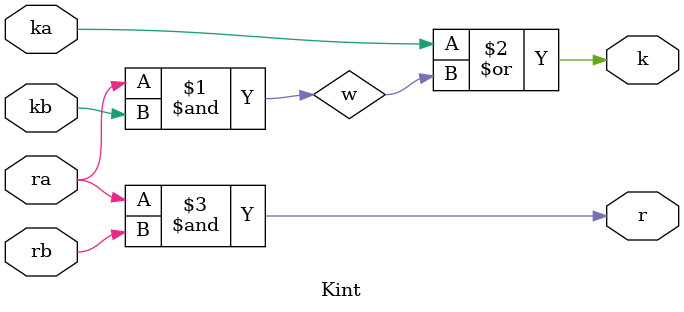
<source format=v>
module Kint(k, r, ka, ra, kb, rb);
output k, r;
input ka, ra, kb, rb;
wire w;

and a1(w, ra, kb);
or o1(k, ka, w);
and a2(r, ra, rb);
endmodule 

</source>
